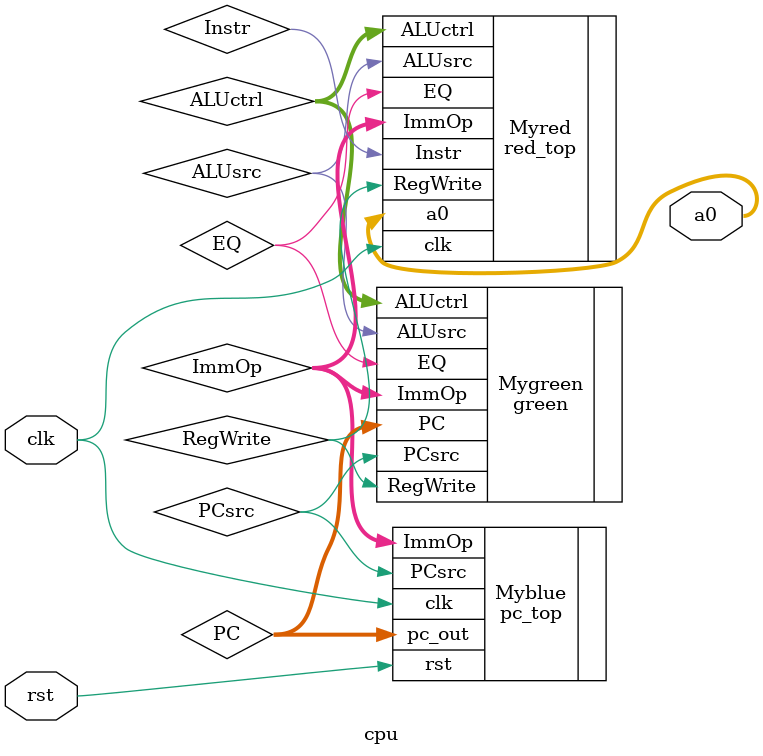
<source format=sv>
module cpu #(

    parameter DATA_WIDTH = 32,
    ADDRESS_WIDTH = 8

)(

    input logic                        clk,
    input logic                        rst,
    output logic [DATA_WIDTH-1:0]      a0

);

    //output internal logic for "green" module 
    logic   RegWrite;
    logic   [2:0] ALUctrl;
    logic   ALUsrc;
    logic   ImmSrc;
    logic   PCsrc;
    logic   [DATA_WIDTH-1:0] ImmOp;
    logic   Instr;

    //output internal logic for "red" module 
    logic EQ;

    //output internal logic for "blue" module
    logic [ADDRESS_WIDTH-1:0] PC;

    //and then we would specify the "submodules here"   
        //green
        //blue
        //red
    //we can change the names 

pc_top Myblue(
    .clk(clk),
    .rst(rst),
    .pc_out(PC),
    .PCsrc(PCsrc),
    .ImmOp(ImmOp)
);

green Mygreen(
    .EQ(EQ),
    .RegWrite(RegWrite),
    .ALUctrl(ALUctrl),
    .ALUsrc(ALUsrc),
    //.ImmSrc(ImmSrc),
    .PCsrc(PCsrc),
    .ImmOp(ImmOp),
    .
    PC(PC)
);

red_top Myred(
    .clk(clk),
    .a0(a0),
    .Instr(Instr),//we pass the whole Instruction, and then we separate inside red
    .RegWrite(RegWrite),
    .EQ(EQ),
    .ALUctrl(ALUctrl),
    .ALUsrc(ALUsrc),
    .ImmOp(ImmOp)
);
    
endmodule


</source>
